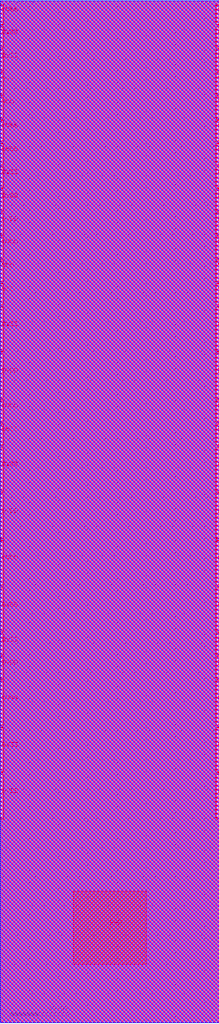
<source format=lef>
# Copyright 2022 GlobalFoundries PDK Authors
#
# Licensed under the Apache License, Version 2.0 (the "License");
# you may not use this file except in compliance with the License.
# You may obtain a copy of the License at
#
#     http://www.apache.org/licenses/LICENSE-2.0
#
# Unless required by applicable law or agreed to in writing, software
# distributed under the License is distributed on an "AS IS" BASIS,
# WITHOUT WARRANTIES OR CONDITIONS OF ANY KIND, either express or implied.
# See the License for the specific language governing permissions and
# limitations under the License.

MACRO gf180mcu_ocd_io__bi_t
  CLASS PAD INOUT ;
  ORIGIN 0 0 ;
  FOREIGN gf180mcu_ocd_io__bi_t 0 0 ;
  SIZE 75 BY 350 ;
  SYMMETRY X Y R90 ;
  SITE GF_IO_Site ;
    PIN PAD
        DIRECTION INOUT ;
        USE SIGNAL ;
        PORT
        LAYER Metal5  ;
        RECT 25.000 20.000 50.000 45.000 ;
        END
    END PAD
  PIN A
    DIRECTION INPUT ;
    USE SIGNAL ;
    ANTENNADIFFAREA 1 LAYER Metal2 ;
      ANTENNAGATEAREA 4.2 LAYER Metal2 ;
    PORT
        CLASS CORE ;
      LAYER Metal2 ;
        RECT 69.4 349.62 69.78 350 ;
    END
  END A
  PIN CS
    DIRECTION INPUT ;
    USE SIGNAL ;
    ANTENNADIFFAREA 1 LAYER Metal2 ;
      ANTENNAGATEAREA 3.15 LAYER Metal2 ;
    PORT
        CLASS CORE ;
      LAYER Metal2 ;
        RECT 3.36 349.62 3.74 350 ;
    END
  END CS
  PIN IE
    DIRECTION INPUT ;
    USE SIGNAL ;
    ANTENNADIFFAREA 1 LAYER Metal2 ;
      ANTENNAGATEAREA 3.15 LAYER Metal2 ;
    PORT
        CLASS CORE ;
      LAYER Metal2 ;
        RECT 11.385 349.62 11.765 350 ;
    END
  END IE
  PIN OE
    DIRECTION INPUT ;
    USE SIGNAL ;
    ANTENNADIFFAREA 7.776 LAYER Metal2 ;
      ANTENNAGATEAREA 16.8 LAYER Metal2 ;
    PORT
        CLASS CORE ;
      LAYER Metal2 ;
        RECT 70.13 349.62 70.51 350 ;
    END
  END OE
  PIN PD
    DIRECTION INPUT ;
    USE SIGNAL ;
    ANTENNADIFFAREA 1 LAYER Metal2 ;
      ANTENNAGATEAREA 10.5 LAYER Metal2 ;
    PORT
        CLASS CORE ;
      LAYER Metal2 ;
        RECT 10.33 349.62 10.71 350 ;
    END
  END PD
  PIN PDRV0
    DIRECTION INPUT ;
    USE SIGNAL ;
    ANTENNADIFFAREA 2.592 LAYER Metal2 ;
      ANTENNAGATEAREA 4.2 LAYER Metal2 ;
    PORT
        CLASS CORE ;
      LAYER Metal2 ;
        RECT 7.11 349.62 7.49 350 ;
    END
  END PDRV0
  PIN PDRV1
    DIRECTION INPUT ;
    USE SIGNAL ;
    ANTENNADIFFAREA 2.592 LAYER Metal2 ;
      ANTENNAGATEAREA 4.2 LAYER Metal2 ;
    PORT
        CLASS CORE ;
      LAYER Metal2 ;
        RECT 7.82 349.62 8.2 350 ;
    END
  END PDRV1
  PIN PU
    DIRECTION INPUT ;
    USE SIGNAL ;
    ANTENNADIFFAREA 2.98 LAYER Metal2 ;
      ANTENNAGATEAREA 7.35 LAYER Metal2 ;
    PORT
        CLASS CORE ;
      LAYER Metal2 ;
        RECT 5.965 349.62 6.345 350 ;
    END
  END PU
  PIN SL
    DIRECTION INPUT ;
    USE SIGNAL ;
    ANTENNADIFFAREA 1 LAYER Metal2 ;
      ANTENNAGATEAREA 3.15 LAYER Metal2 ;
    PORT
        CLASS CORE ;
      LAYER Metal2 ;
        RECT 68.67 349.62 69.05 350 ;
    END
  END SL
  PIN Y
    DIRECTION OUTPUT ;
    USE SIGNAL ;
    ANTENNADIFFAREA 7.8 LAYER Metal2 ;
    PORT
        CLASS CORE ;
      LAYER Metal2 ;
        RECT 70.86 349.62 71.24 350 ;
    END
  END Y
  PIN DVDD
    DIRECTION INOUT ;
    USE POWER ;
    PORT
      LAYER Metal5 ;
        RECT 74 118 75 125 ;
    END
    PORT
      LAYER Metal5 ;
        RECT 74 182 75 197 ;
    END
    PORT
      LAYER Metal5 ;
        RECT 74 166 75 181 ;
    END
    PORT
      LAYER Metal5 ;
        RECT 74 150 75 165 ;
    END
    PORT
      LAYER Metal5 ;
        RECT 74 134 75 149 ;
    END
    PORT
      LAYER Metal5 ;
        RECT 74 214 75 229 ;
    END
    PORT
      LAYER Metal5 ;
        RECT 74 206 75 213 ;
    END
    PORT
      LAYER Metal5 ;
        RECT 74 278 75 285 ;
    END
    PORT
      LAYER Metal5 ;
        RECT 74 270 75 277 ;
    END
    PORT
      LAYER Metal5 ;
        RECT 74 262 75 269 ;
    END
    PORT
      LAYER Metal5 ;
        RECT 74 294 75 301 ;
    END
    PORT
      LAYER Metal5 ;
        RECT 74 334 75 341 ;
    END
    PORT
      LAYER Metal4 ;
        RECT 74 118 75 125 ;
    END
    PORT
      LAYER Metal4 ;
        RECT 74 182 75 197 ;
    END
    PORT
      LAYER Metal4 ;
        RECT 74 166 75 181 ;
    END
    PORT
      LAYER Metal4 ;
        RECT 74 150 75 165 ;
    END
    PORT
      LAYER Metal4 ;
        RECT 74 134 75 149 ;
    END
    PORT
      LAYER Metal4 ;
        RECT 74 214 75 229 ;
    END
    PORT
      LAYER Metal4 ;
        RECT 74 206 75 213 ;
    END
    PORT
      LAYER Metal4 ;
        RECT 74 278 75 285 ;
    END
    PORT
      LAYER Metal4 ;
        RECT 74 270 75 277 ;
    END
    PORT
      LAYER Metal4 ;
        RECT 74 262 75 269 ;
    END
    PORT
      LAYER Metal4 ;
        RECT 74 294 75 301 ;
    END
    PORT
      LAYER Metal4 ;
        RECT 74 334 75 341 ;
    END
    PORT
      LAYER Metal3 ;
        RECT 74 118 75 125 ;
    END
    PORT
      LAYER Metal3 ;
        RECT 74 182 75 197 ;
    END
    PORT
      LAYER Metal3 ;
        RECT 74 166 75 181 ;
    END
    PORT
      LAYER Metal3 ;
        RECT 74 150 75 165 ;
    END
    PORT
      LAYER Metal3 ;
        RECT 74 134 75 149 ;
    END
    PORT
      LAYER Metal3 ;
        RECT 74 214 75 229 ;
    END
    PORT
      LAYER Metal3 ;
        RECT 74 206 75 213 ;
    END
    PORT
      LAYER Metal3 ;
        RECT 74 278 75 285 ;
    END
    PORT
      LAYER Metal3 ;
        RECT 74 270 75 277 ;
    END
    PORT
      LAYER Metal3 ;
        RECT 74 262 75 269 ;
    END
    PORT
      LAYER Metal3 ;
        RECT 74 294 75 301 ;
    END
    PORT
      LAYER Metal3 ;
        RECT 74 334 75 341 ;
    END
    PORT
      LAYER Metal3 ;
        RECT 0 334 1 341 ;
    END
    PORT
      LAYER Metal3 ;
        RECT 0 294 1 301 ;
    END
    PORT
      LAYER Metal3 ;
        RECT 0 262 1 269 ;
    END
    PORT
      LAYER Metal3 ;
        RECT 0 270 1 277 ;
    END
    PORT
      LAYER Metal3 ;
        RECT 0 278 1 285 ;
    END
    PORT
      LAYER Metal3 ;
        RECT 0 206 1 213 ;
    END
    PORT
      LAYER Metal3 ;
        RECT 0 214 1 229 ;
    END
    PORT
      LAYER Metal3 ;
        RECT 0 134 1 149 ;
    END
    PORT
      LAYER Metal3 ;
        RECT 0 150 1 165 ;
    END
    PORT
      LAYER Metal3 ;
        RECT 0 166 1 181 ;
    END
    PORT
      LAYER Metal3 ;
        RECT 0 182 1 197 ;
    END
    PORT
      LAYER Metal4 ;
        RECT 0 334 1 341 ;
    END
    PORT
      LAYER Metal4 ;
        RECT 0 294 1 301 ;
    END
    PORT
      LAYER Metal4 ;
        RECT 0 262 1 269 ;
    END
    PORT
      LAYER Metal4 ;
        RECT 0 270 1 277 ;
    END
    PORT
      LAYER Metal4 ;
        RECT 0 278 1 285 ;
    END
    PORT
      LAYER Metal4 ;
        RECT 0 206 1 213 ;
    END
    PORT
      LAYER Metal4 ;
        RECT 0 214 1 229 ;
    END
    PORT
      LAYER Metal4 ;
        RECT 0 134 1 149 ;
    END
    PORT
      LAYER Metal4 ;
        RECT 0 150 1 165 ;
    END
    PORT
      LAYER Metal4 ;
        RECT 0 166 1 181 ;
    END
    PORT
      LAYER Metal4 ;
        RECT 0 182 1 197 ;
    END
    PORT
      LAYER Metal5 ;
        RECT 0 334 1 341 ;
    END
    PORT
      LAYER Metal5 ;
        RECT 0 294 1 301 ;
    END
    PORT
      LAYER Metal5 ;
        RECT 0 262 1 269 ;
    END
    PORT
      LAYER Metal5 ;
        RECT 0 270 1 277 ;
    END
    PORT
      LAYER Metal5 ;
        RECT 0 278 1 285 ;
    END
    PORT
      LAYER Metal5 ;
        RECT 0 206 1 213 ;
    END
    PORT
      LAYER Metal5 ;
        RECT 0 214 1 229 ;
    END
    PORT
      LAYER Metal5 ;
        RECT 0 134 1 149 ;
    END
    PORT
      LAYER Metal5 ;
        RECT 0 150 1 165 ;
    END
    PORT
      LAYER Metal5 ;
        RECT 0 166 1 181 ;
    END
    PORT
      LAYER Metal5 ;
        RECT 0 182 1 197 ;
    END
    PORT
      LAYER Metal5 ;
        RECT 0 118 1 125 ;
    END
    PORT
      LAYER Metal4 ;
        RECT 0 118 1 125 ;
    END
    PORT
      LAYER Metal3 ;
        RECT 0 118 1 125 ;
    END
  END DVDD
  PIN DVSS
    DIRECTION INOUT ;
    USE GROUND ;
    PORT
      LAYER Metal5 ;
        RECT 74 102 75 117 ;
    END
    PORT
      LAYER Metal5 ;
        RECT 74 86 75 101 ;
    END
    PORT
      LAYER Metal5 ;
        RECT 74 70 75 85 ;
    END
    PORT
      LAYER Metal5 ;
        RECT 74 126 75 133 ;
    END
    PORT
      LAYER Metal5 ;
        RECT 74 198 75 205 ;
    END
    PORT
      LAYER Metal5 ;
        RECT 74 230 75 245 ;
    END
    PORT
      LAYER Metal5 ;
        RECT 74 286 75 293 ;
    END
    PORT
      LAYER Metal5 ;
        RECT 74 302 75 309 ;
    END
    PORT
      LAYER Metal5 ;
        RECT 74 326 75 333 ;
    END
    PORT
      LAYER Metal5 ;
        RECT 74 342 75 348.39 ;
    END
    PORT
      LAYER Metal4 ;
        RECT 74 102 75 117 ;
    END
    PORT
      LAYER Metal4 ;
        RECT 74 86 75 101 ;
    END
    PORT
      LAYER Metal4 ;
        RECT 74 70 75 85 ;
    END
    PORT
      LAYER Metal4 ;
        RECT 74 126 75 133 ;
    END
    PORT
      LAYER Metal4 ;
        RECT 74 198 75 205 ;
    END
    PORT
      LAYER Metal4 ;
        RECT 74 230 75 245 ;
    END
    PORT
      LAYER Metal4 ;
        RECT 74 286 75 293 ;
    END
    PORT
      LAYER Metal4 ;
        RECT 74 302 75 309 ;
    END
    PORT
      LAYER Metal4 ;
        RECT 74 326 75 333 ;
    END
    PORT
      LAYER Metal4 ;
        RECT 74 342 75 348.39 ;
    END
    PORT
      LAYER Metal3 ;
        RECT 74 102 75 117 ;
    END
    PORT
      LAYER Metal3 ;
        RECT 74 86 75 101 ;
    END
    PORT
      LAYER Metal3 ;
        RECT 74 70 75 85 ;
    END
    PORT
      LAYER Metal3 ;
        RECT 74 126 75 133 ;
    END
    PORT
      LAYER Metal3 ;
        RECT 74 198 75 205 ;
    END
    PORT
      LAYER Metal3 ;
        RECT 74 230 75 245 ;
    END
    PORT
      LAYER Metal3 ;
        RECT 74 286 75 293 ;
    END
    PORT
      LAYER Metal3 ;
        RECT 74 302 75 309 ;
    END
    PORT
      LAYER Metal3 ;
        RECT 74 326 75 333 ;
    END
    PORT
      LAYER Metal3 ;
        RECT 74 342 75 348.39 ;
    END
    PORT
      LAYER Metal3 ;
        RECT 0 342 1 348.39 ;
    END
    PORT
      LAYER Metal3 ;
        RECT 0 326 1 333 ;
    END
    PORT
      LAYER Metal3 ;
        RECT 0 302 1 309 ;
    END
    PORT
      LAYER Metal3 ;
        RECT 0 286 1 293 ;
    END
    PORT
      LAYER Metal3 ;
        RECT 0 230 1 245 ;
    END
    PORT
      LAYER Metal3 ;
        RECT 0 198 1 205 ;
    END
    PORT
      LAYER Metal3 ;
        RECT 0 126 1 133 ;
    END
    PORT
      LAYER Metal3 ;
        RECT 0 70 1 85 ;
    END
    PORT
      LAYER Metal3 ;
        RECT 0 86 1 101 ;
    END
    PORT
      LAYER Metal4 ;
        RECT 0 342 1 348.39 ;
    END
    PORT
      LAYER Metal4 ;
        RECT 0 326 1 333 ;
    END
    PORT
      LAYER Metal4 ;
        RECT 0 302 1 309 ;
    END
    PORT
      LAYER Metal4 ;
        RECT 0 286 1 293 ;
    END
    PORT
      LAYER Metal4 ;
        RECT 0 230 1 245 ;
    END
    PORT
      LAYER Metal4 ;
        RECT 0 198 1 205 ;
    END
    PORT
      LAYER Metal4 ;
        RECT 0 126 1 133 ;
    END
    PORT
      LAYER Metal4 ;
        RECT 0 70 1 85 ;
    END
    PORT
      LAYER Metal4 ;
        RECT 0 86 1 101 ;
    END
    PORT
      LAYER Metal5 ;
        RECT 0 342 1 348.39 ;
    END
    PORT
      LAYER Metal5 ;
        RECT 0 326 1 333 ;
    END
    PORT
      LAYER Metal5 ;
        RECT 0 302 1 309 ;
    END
    PORT
      LAYER Metal5 ;
        RECT 0 286 1 293 ;
    END
    PORT
      LAYER Metal5 ;
        RECT 0 230 1 245 ;
    END
    PORT
      LAYER Metal5 ;
        RECT 0 198 1 205 ;
    END
    PORT
      LAYER Metal5 ;
        RECT 0 126 1 133 ;
    END
    PORT
      LAYER Metal5 ;
        RECT 0 70 1 85 ;
    END
    PORT
      LAYER Metal5 ;
        RECT 0 86 1 101 ;
    END
    PORT
      LAYER Metal5 ;
        RECT 0 102 1 117 ;
    END
    PORT
      LAYER Metal4 ;
        RECT 0 102 1 117 ;
    END
    PORT
      LAYER Metal3 ;
        RECT 0 102 1 117 ;
    END
  END DVSS
  PIN VDD
    DIRECTION INOUT ;
    USE POWER ;
    PORT
      LAYER Metal5 ;
        RECT 74 254 75 261 ;
    END
    PORT
      LAYER Metal5 ;
        RECT 74 310 75 317 ;
    END
    PORT
      LAYER Metal4 ;
        RECT 74 254 75 261 ;
    END
    PORT
      LAYER Metal4 ;
        RECT 74 310 75 317 ;
    END
    PORT
      LAYER Metal3 ;
        RECT 74 254 75 261 ;
    END
    PORT
      LAYER Metal3 ;
        RECT 74 310 75 317 ;
    END
    PORT
      LAYER Metal3 ;
        RECT 0 310 1 317 ;
    END
    PORT
      LAYER Metal4 ;
        RECT 0 310 1 317 ;
    END
    PORT
      LAYER Metal5 ;
        RECT 0 310 1 317 ;
    END
    PORT
      LAYER Metal5 ;
        RECT 0 254 1 261 ;
    END
    PORT
      LAYER Metal4 ;
        RECT 0 254 1 261 ;
    END
    PORT
      LAYER Metal3 ;
        RECT 0 254 1 261 ;
    END
  END VDD
  PIN VSS
    DIRECTION INOUT ;
    USE GROUND ;
    PORT
      LAYER Metal5 ;
        RECT 74 246 75 253 ;
    END
    PORT
      LAYER Metal5 ;
        RECT 74 318 75 325 ;
    END
    PORT
      LAYER Metal4 ;
        RECT 74 246 75 253 ;
    END
    PORT
      LAYER Metal4 ;
        RECT 74 318 75 325 ;
    END
    PORT
      LAYER Metal3 ;
        RECT 74 246 75 253 ;
    END
    PORT
      LAYER Metal3 ;
        RECT 74 318 75 325 ;
    END
    PORT
      LAYER Metal3 ;
        RECT 0 318 1 325 ;
    END
    PORT
      LAYER Metal4 ;
        RECT 0 318 1 325 ;
    END
    PORT
      LAYER Metal5 ;
        RECT 0 318 1 325 ;
    END
    PORT
      LAYER Metal5 ;
        RECT 0 246 1 253 ;
    END
    PORT
      LAYER Metal4 ;
        RECT 0 246 1 253 ;
    END
    PORT
      LAYER Metal3 ;
        RECT 0 246 1 253 ;
    END
  END VSS
  OBS
    LAYER Metal1 ;
      RECT 0 0 75 350 ;
    LAYER Metal2 ;
      POLYGON 75 350 71.52 350 71.52 349.34 68.39 349.34 68.39 350 12.045 350 12.045 349.34 11.105 349.34 11.105 350 10.99 350 10.99 349.34 10.05 349.34 10.05 350 8.48 350 8.48 349.34 6.83 349.34 6.83 350 6.625 350 6.625 349.34 5.685 349.34 5.685 350 4.02 350 4.02 349.34 3.08 349.34 3.08 350 0 350 0 0 75 0 ;
    LAYER Metal3 ;
      POLYGON 75 69.72 73.72 69.72 73.72 85.28 75 85.28 75 85.72 73.72 85.72 73.72 101.28 75 101.28 75 101.72 73.72 101.72 73.72 117.28 75 117.28 75 117.72 73.72 117.72 73.72 125.28 75 125.28 75 125.72 73.72 125.72 73.72 133.28 75 133.28 75 133.72 73.72 133.72 73.72 149.28 75 149.28 75 149.72 73.72 149.72 73.72 165.28 75 165.28 75 165.72 73.72 165.72 73.72 181.28 75 181.28 75 181.72 73.72 181.72 73.72 197.28 75 197.28 75 197.72 73.72 197.72 73.72 205.28 75 205.28 75 205.72 73.72 205.72 73.72 213.28 75 213.28 75 213.72 73.72 213.72 73.72 229.28 75 229.28 75 229.72 73.72 229.72 73.72 245.28 75 245.28 75 245.72 73.72 245.72 73.72 253.28 75 253.28 75 253.72 73.72 253.72 73.72 261.28 75 261.28 75 261.72 73.72 261.72 73.72 269.28 75 269.28 75 269.72 73.72 269.72 73.72 277.28 75 277.28 75 277.72 73.72 277.72 73.72 285.28 75 285.28 75 285.72 73.72 285.72 73.72 293.28 75 293.28 75 293.72 73.72 293.72 73.72 301.28 75 301.28 75 301.72 73.72 301.72 73.72 309.28 75 309.28 75 309.72 73.72 309.72 73.72 317.28 75 317.28 75 317.72 73.72 317.72 73.72 325.28 75 325.28 75 325.72 73.72 325.72 73.72 333.28 75 333.28 75 333.72 73.72 333.72 73.72 341.28 75 341.28 75 341.72 73.72 341.72 73.72 348.67 75 348.67 75 350 0 350 0 348.67 1.28 348.67 1.28 341.72 0 341.72 0 341.28 1.28 341.28 1.28 333.72 0 333.72 0 333.28 1.28 333.28 1.28 325.72 0 325.72 0 325.28 1.28 325.28 1.28 317.72 0 317.72 0 317.28 1.28 317.28 1.28 309.72 0 309.72 0 309.28 1.28 309.28 1.28 301.72 0 301.72 0 301.28 1.28 301.28 1.28 293.72 0 293.72 0 293.28 1.28 293.28 1.28 285.72 0 285.72 0 285.28 1.28 285.28 1.28 277.72 0 277.72 0 277.28 1.28 277.28 1.28 269.72 0 269.72 0 269.28 1.28 269.28 1.28 261.72 0 261.72 0 261.28 1.28 261.28 1.28 253.72 0 253.72 0 253.28 1.28 253.28 1.28 245.72 0 245.72 0 245.28 1.28 245.28 1.28 229.72 0 229.72 0 229.28 1.28 229.28 1.28 213.72 0 213.72 0 213.28 1.28 213.28 1.28 205.72 0 205.72 0 205.28 1.28 205.28 1.28 197.72 0 197.72 0 197.28 1.28 197.28 1.28 181.72 0 181.72 0 181.28 1.28 181.28 1.28 165.72 0 165.72 0 165.28 1.28 165.28 1.28 149.72 0 149.72 0 149.28 1.28 149.28 1.28 133.72 0 133.72 0 133.28 1.28 133.28 1.28 125.72 0 125.72 0 125.28 1.28 125.28 1.28 117.72 0 117.72 0 117.28 1.28 117.28 1.28 101.72 0 101.72 0 101.28 1.28 101.28 1.28 85.72 0 85.72 0 85.28 1.28 85.28 1.28 69.72 0 69.72 0 0 75 0 ;
    LAYER Metal4 ;
      POLYGON 75 69.72 73.72 69.72 73.72 85.28 75 85.28 75 85.72 73.72 85.72 73.72 101.28 75 101.28 75 101.72 73.72 101.72 73.72 117.28 75 117.28 75 117.72 73.72 117.72 73.72 125.28 75 125.28 75 125.72 73.72 125.72 73.72 133.28 75 133.28 75 133.72 73.72 133.72 73.72 149.28 75 149.28 75 149.72 73.72 149.72 73.72 165.28 75 165.28 75 165.72 73.72 165.72 73.72 181.28 75 181.28 75 181.72 73.72 181.72 73.72 197.28 75 197.28 75 197.72 73.72 197.72 73.72 205.28 75 205.28 75 205.72 73.72 205.72 73.72 213.28 75 213.28 75 213.72 73.72 213.72 73.72 229.28 75 229.28 75 229.72 73.72 229.72 73.72 245.28 75 245.28 75 245.72 73.72 245.72 73.72 253.28 75 253.28 75 253.72 73.72 253.72 73.72 261.28 75 261.28 75 261.72 73.72 261.72 73.72 269.28 75 269.28 75 269.72 73.72 269.72 73.72 277.28 75 277.28 75 277.72 73.72 277.72 73.72 285.28 75 285.28 75 285.72 73.72 285.72 73.72 293.28 75 293.28 75 293.72 73.72 293.72 73.72 301.28 75 301.28 75 301.72 73.72 301.72 73.72 309.28 75 309.28 75 309.72 73.72 309.72 73.72 317.28 75 317.28 75 317.72 73.72 317.72 73.72 325.28 75 325.28 75 325.72 73.72 325.72 73.72 333.28 75 333.28 75 333.72 73.72 333.72 73.72 341.28 75 341.28 75 341.72 73.72 341.72 73.72 348.67 75 348.67 75 350 0 350 0 348.67 1.28 348.67 1.28 341.72 0 341.72 0 341.28 1.28 341.28 1.28 333.72 0 333.72 0 333.28 1.28 333.28 1.28 325.72 0 325.72 0 325.28 1.28 325.28 1.28 317.72 0 317.72 0 317.28 1.28 317.28 1.28 309.72 0 309.72 0 309.28 1.28 309.28 1.28 301.72 0 301.72 0 301.28 1.28 301.28 1.28 293.72 0 293.72 0 293.28 1.28 293.28 1.28 285.72 0 285.72 0 285.28 1.28 285.28 1.28 277.72 0 277.72 0 277.28 1.28 277.28 1.28 269.72 0 269.72 0 269.28 1.28 269.28 1.28 261.72 0 261.72 0 261.28 1.28 261.28 1.28 253.72 0 253.72 0 253.28 1.28 253.28 1.28 245.72 0 245.72 0 245.28 1.28 245.28 1.28 229.72 0 229.72 0 229.28 1.28 229.28 1.28 213.72 0 213.72 0 213.28 1.28 213.28 1.28 205.72 0 205.72 0 205.28 1.28 205.28 1.28 197.72 0 197.72 0 197.28 1.28 197.28 1.28 181.72 0 181.72 0 181.28 1.28 181.28 1.28 165.72 0 165.72 0 165.28 1.28 165.28 1.28 149.72 0 149.72 0 149.28 1.28 149.28 1.28 133.72 0 133.72 0 133.28 1.28 133.28 1.28 125.72 0 125.72 0 125.28 1.28 125.28 1.28 117.72 0 117.72 0 117.28 1.28 117.28 1.28 101.72 0 101.72 0 101.28 1.28 101.28 1.28 85.72 0 85.72 0 85.28 1.28 85.28 1.28 69.72 0 69.72 0 0 75 0 ;
    LAYER Metal5 ;
      POLYGON 75 69.72 73.72 69.72 73.72 85.28 75 85.28 75 85.72 73.72 85.72 73.72 101.28 75 101.28 75 101.72 73.72 101.72 73.72 117.28 75 117.28 75 117.72 73.72 117.72 73.72 125.28 75 125.28 75 125.72 73.72 125.72 73.72 133.28 75 133.28 75 133.72 73.72 133.72 73.72 149.28 75 149.28 75 149.72 73.72 149.72 73.72 165.28 75 165.28 75 165.72 73.72 165.72 73.72 181.28 75 181.28 75 181.72 73.72 181.72 73.72 197.28 75 197.28 75 197.72 73.72 197.72 73.72 205.28 75 205.28 75 205.72 73.72 205.72 73.72 213.28 75 213.28 75 213.72 73.72 213.72 73.72 229.28 75 229.28 75 229.72 73.72 229.72 73.72 245.28 75 245.28 75 245.72 73.72 245.72 73.72 253.28 75 253.28 75 253.72 73.72 253.72 73.72 261.28 75 261.28 75 261.72 73.72 261.72 73.72 269.28 75 269.28 75 269.72 73.72 269.72 73.72 277.28 75 277.28 75 277.72 73.72 277.72 73.72 285.28 75 285.28 75 285.72 73.72 285.72 73.72 293.28 75 293.28 75 293.72 73.72 293.72 73.72 301.28 75 301.28 75 301.72 73.72 301.72 73.72 309.28 75 309.28 75 309.72 73.72 309.72 73.72 317.28 75 317.28 75 317.72 73.72 317.72 73.72 325.28 75 325.28 75 325.72 73.72 325.72 73.72 333.28 75 333.28 75 333.72 73.72 333.72 73.72 341.28 75 341.28 75 341.72 73.72 341.72 73.72 348.67 75 348.67 75 350 0 350 0 348.67 1.28 348.67 1.28 341.72 0 341.72 0 341.28 1.28 341.28 1.28 333.72 0 333.72 0 333.28 1.28 333.28 1.28 325.72 0 325.72 0 325.28 1.28 325.28 1.28 317.72 0 317.72 0 317.28 1.28 317.28 1.28 309.72 0 309.72 0 309.28 1.28 309.28 1.28 301.72 0 301.72 0 301.28 1.28 301.28 1.28 293.72 0 293.72 0 293.28 1.28 293.28 1.28 285.72 0 285.72 0 285.28 1.28 285.28 1.28 277.72 0 277.72 0 277.28 1.28 277.28 1.28 269.72 0 269.72 0 269.28 1.28 269.28 1.28 261.72 0 261.72 0 261.28 1.28 261.28 1.28 253.72 0 253.72 0 253.28 1.28 253.28 1.28 245.72 0 245.72 0 245.28 1.28 245.28 1.28 229.72 0 229.72 0 229.28 1.28 229.28 1.28 213.72 0 213.72 0 213.28 1.28 213.28 1.28 205.72 0 205.72 0 205.28 1.28 205.28 1.28 197.72 0 197.72 0 197.28 1.28 197.28 1.28 181.72 0 181.72 0 181.28 1.28 181.28 1.28 165.72 0 165.72 0 165.28 1.28 165.28 1.28 149.72 0 149.72 0 149.28 1.28 149.28 1.28 133.72 0 133.72 0 133.28 1.28 133.28 1.28 125.72 0 125.72 0 125.28 1.28 125.28 1.28 117.72 0 117.72 0 117.28 1.28 117.28 1.28 101.72 0 101.72 0 101.28 1.28 101.28 1.28 85.72 0 85.72 0 85.28 1.28 85.28 1.28 69.72 0 69.72 0 0 75 0 ;
    LAYER Via1 ;
      RECT 0 0 75 350 ;
    LAYER Via2 ;
      RECT 0 0 75 350 ;
    LAYER Via3 ;
      RECT 0 0 75 350 ;
    LAYER Via4 ;
      RECT 0 0 75 350 ;
  END

END gf180mcu_ocd_io__bi_t

</source>
